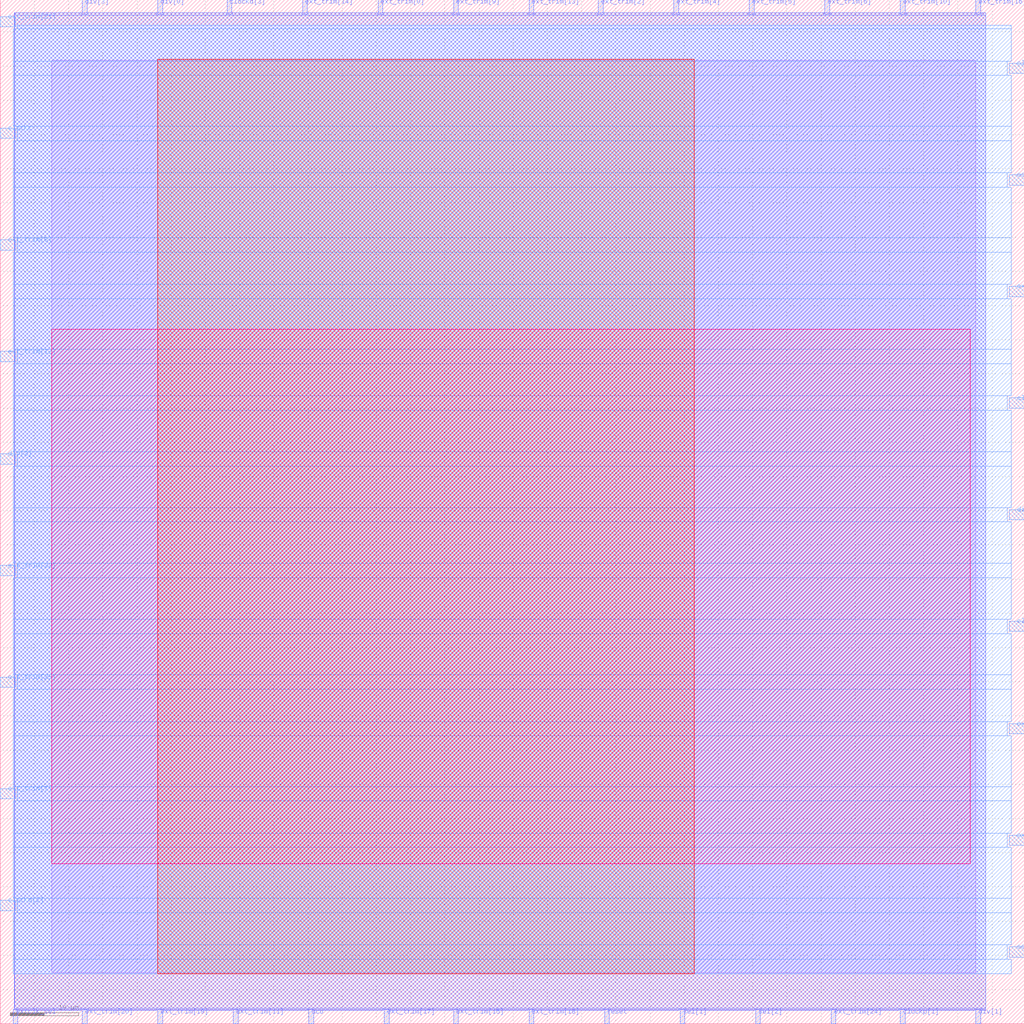
<source format=lef>
VERSION 5.3 ;
   NAMESCASESENSITIVE ON ;
   NOWIREEXTENSIONATPIN ON ;
   DIVIDERCHAR "/" ;
   BUSBITCHARS "[]" ;
UNITS
   DATABASE MICRONS 1000 ;
END UNITS

MACRO digital_pll
   CLASS BLOCK ;
   FOREIGN digital_pll ;
   ORIGIN -0.0000 -0.0000 ;
   SIZE 149.7150 BY 149.7150 ;
   PIN reset
      DIRECTION INPUT ;
      PORT
         LAYER met2 ;
	    RECT 88.3600 0.0000 89.0600 2.1000 ;
      END
   END reset
   PIN extclk_sel
      DIRECTION INPUT ;
      PORT
         LAYER met2 ;
	    RECT 1.8800 0.0000 2.5800 2.1000 ;
      END
   END extclk_sel
   PIN osc
      DIRECTION INPUT ;
      PORT
         LAYER met3 ;
	    RECT 147.5550 122.6300 149.7150 124.1300 ;
      END
   END osc
   PIN clockc
      DIRECTION OUTPUT TRISTATE ;
      PORT
         LAYER met3 ;
	    RECT 0.0000 129.4300 2.1600 130.9300 ;
      END
   END clockc
   PIN clockp[1]
      DIRECTION OUTPUT TRISTATE ;
      PORT
         LAYER met2 ;
	    RECT 131.6000 0.0000 132.3000 2.1000 ;
      END
   END clockp[1]
   PIN clockp[0]
      DIRECTION OUTPUT TRISTATE ;
      PORT
         LAYER met3 ;
	    RECT 147.5550 89.9900 149.7150 91.4900 ;
      END
   END clockp[0]
   PIN clockd[3]
      DIRECTION OUTPUT TRISTATE ;
      PORT
         LAYER met2 ;
	    RECT 33.1600 147.6150 33.8600 149.7150 ;
      END
   END clockd[3]
   PIN clockd[2]
      DIRECTION OUTPUT TRISTATE ;
      PORT
         LAYER met3 ;
	    RECT 0.0000 16.5500 2.1600 18.0500 ;
      END
   END clockd[2]
   PIN clockd[1]
      DIRECTION OUTPUT TRISTATE ;
      PORT
         LAYER met3 ;
	    RECT 147.5550 138.9500 149.7150 140.4500 ;
      END
   END clockd[1]
   PIN clockd[0]
      DIRECTION OUTPUT TRISTATE ;
      PORT
         LAYER met3 ;
	    RECT 147.5550 57.3500 149.7150 58.8500 ;
      END
   END clockd[0]
   PIN div[4]
      DIRECTION INPUT ;
      PORT
         LAYER met3 ;
	    RECT 147.5550 73.6700 149.7150 75.1700 ;
      END
   END div[4]
   PIN div[3]
      DIRECTION INPUT ;
      PORT
         LAYER met2 ;
	    RECT 12.0000 147.6150 12.7000 149.7150 ;
      END
   END div[3]
   PIN div[2]
      DIRECTION INPUT ;
      PORT
         LAYER met3 ;
	    RECT 0.0000 81.8300 2.1600 83.3300 ;
      END
   END div[2]
   PIN div[1]
      DIRECTION INPUT ;
      PORT
         LAYER met2 ;
	    RECT 142.6400 0.0000 143.3400 2.1000 ;
      END
   END div[1]
   PIN div[0]
      DIRECTION INPUT ;
      PORT
         LAYER met2 ;
	    RECT 23.0400 147.6150 23.7400 149.7150 ;
      END
   END div[0]
   PIN sel[2]
      DIRECTION INPUT ;
      PORT
         LAYER met2 ;
	    RECT 110.4400 0.0000 111.1400 2.1000 ;
      END
   END sel[2]
   PIN sel[1]
      DIRECTION INPUT ;
      PORT
         LAYER met2 ;
	    RECT 99.4000 0.0000 100.1000 2.1000 ;
      END
   END sel[1]
   PIN sel[0]
      DIRECTION INPUT ;
      PORT
         LAYER met3 ;
	    RECT 147.5550 9.7500 149.7150 11.2500 ;
      END
   END sel[0]
   PIN dco
      DIRECTION INPUT ;
      PORT
         LAYER met2 ;
	    RECT 45.1200 0.0000 45.8200 2.1000 ;
      END
   END dco
   PIN ext_trim[25]
      DIRECTION INPUT ;
      PORT
         LAYER met3 ;
	    RECT 0.0000 49.1900 2.1600 50.6900 ;
      END
   END ext_trim[25]
   PIN ext_trim[24]
      DIRECTION INPUT ;
      PORT
         LAYER met2 ;
	    RECT 121.4800 0.0000 122.1800 2.1000 ;
      END
   END ext_trim[24]
   PIN ext_trim[23]
      DIRECTION INPUT ;
      PORT
         LAYER met3 ;
	    RECT 147.5550 106.3100 149.7150 107.8100 ;
      END
   END ext_trim[23]
   PIN ext_trim[22]
      DIRECTION INPUT ;
      PORT
         LAYER met3 ;
	    RECT 0.0000 65.5100 2.1600 67.0100 ;
      END
   END ext_trim[22]
   PIN ext_trim[21]
      DIRECTION INPUT ;
      PORT
         LAYER met3 ;
	    RECT 0.0000 145.7500 2.1600 147.2500 ;
      END
   END ext_trim[21]
   PIN ext_trim[20]
      DIRECTION INPUT ;
      PORT
         LAYER met2 ;
	    RECT 12.0000 0.0000 12.7000 2.1000 ;
      END
   END ext_trim[20]
   PIN ext_trim[19]
      DIRECTION INPUT ;
      PORT
         LAYER met2 ;
	    RECT 23.0400 0.0000 23.7400 2.1000 ;
      END
   END ext_trim[19]
   PIN ext_trim[18]
      DIRECTION INPUT ;
      PORT
         LAYER met2 ;
	    RECT 77.3200 0.0000 78.0200 2.1000 ;
      END
   END ext_trim[18]
   PIN ext_trim[17]
      DIRECTION INPUT ;
      PORT
         LAYER met2 ;
	    RECT 56.1600 0.0000 56.8600 2.1000 ;
      END
   END ext_trim[17]
   PIN ext_trim[16]
      DIRECTION INPUT ;
      PORT
         LAYER met2 ;
	    RECT 142.6400 147.6150 143.3400 149.7150 ;
      END
   END ext_trim[16]
   PIN ext_trim[15]
      DIRECTION INPUT ;
      PORT
         LAYER met2 ;
	    RECT 66.2800 0.0000 66.9800 2.1000 ;
      END
   END ext_trim[15]
   PIN ext_trim[14]
      DIRECTION INPUT ;
      PORT
         LAYER met2 ;
	    RECT 44.2000 147.6150 44.9000 149.7150 ;
      END
   END ext_trim[14]
   PIN ext_trim[13]
      DIRECTION INPUT ;
      PORT
         LAYER met2 ;
	    RECT 77.3200 147.6150 78.0200 149.7150 ;
      END
   END ext_trim[13]
   PIN ext_trim[12]
      DIRECTION INPUT ;
      PORT
         LAYER met3 ;
	    RECT 0.0000 96.7900 2.1600 98.2900 ;
      END
   END ext_trim[12]
   PIN ext_trim[11]
      DIRECTION INPUT ;
      PORT
         LAYER met2 ;
	    RECT 34.0800 0.0000 34.7800 2.1000 ;
      END
   END ext_trim[11]
   PIN ext_trim[10]
      DIRECTION INPUT ;
      PORT
         LAYER met2 ;
	    RECT 131.6000 147.6150 132.3000 149.7150 ;
      END
   END ext_trim[10]
   PIN ext_trim[9]
      DIRECTION INPUT ;
      PORT
         LAYER met2 ;
	    RECT 66.2800 147.6150 66.9800 149.7150 ;
      END
   END ext_trim[9]
   PIN ext_trim[8]
      DIRECTION INPUT ;
      PORT
         LAYER met3 ;
	    RECT 0.0000 113.1100 2.1600 114.6100 ;
      END
   END ext_trim[8]
   PIN ext_trim[7]
      DIRECTION INPUT ;
      PORT
         LAYER met3 ;
	    RECT 0.0000 32.8700 2.1600 34.3700 ;
      END
   END ext_trim[7]
   PIN ext_trim[6]
      DIRECTION INPUT ;
      PORT
         LAYER met2 ;
	    RECT 120.5600 147.6150 121.2600 149.7150 ;
      END
   END ext_trim[6]
   PIN ext_trim[5]
      DIRECTION INPUT ;
      PORT
         LAYER met2 ;
	    RECT 109.5200 147.6150 110.2200 149.7150 ;
      END
   END ext_trim[5]
   PIN ext_trim[4]
      DIRECTION INPUT ;
      PORT
         LAYER met2 ;
	    RECT 98.4800 147.6150 99.1800 149.7150 ;
      END
   END ext_trim[4]
   PIN ext_trim[3]
      DIRECTION INPUT ;
      PORT
         LAYER met3 ;
	    RECT 147.5550 26.0700 149.7150 27.5700 ;
      END
   END ext_trim[3]
   PIN ext_trim[2]
      DIRECTION INPUT ;
      PORT
         LAYER met2 ;
	    RECT 87.4400 147.6150 88.1400 149.7150 ;
      END
   END ext_trim[2]
   PIN ext_trim[1]
      DIRECTION INPUT ;
      PORT
         LAYER met3 ;
	    RECT 147.5550 42.3900 149.7150 43.8900 ;
      END
   END ext_trim[1]
   PIN ext_trim[0]
      DIRECTION INPUT ;
      PORT
         LAYER met2 ;
	    RECT 55.2400 147.6150 55.9400 149.7150 ;
      END
   END ext_trim[0]
   OBS
         LAYER li1 ;
	    RECT 7.5200 7.4350 142.6150 140.8850 ;
         LAYER met1 ;
	    RECT 2.0700 2.0400 144.0700 147.8200 ;
         LAYER met2 ;
	    RECT 2.0900 147.4750 11.8600 147.8500 ;
	    RECT 12.8400 147.4750 22.9000 147.8500 ;
	    RECT 23.8800 147.4750 33.0200 147.8500 ;
	    RECT 34.0000 147.4750 44.0600 147.8500 ;
	    RECT 45.0400 147.4750 55.1000 147.8500 ;
	    RECT 56.0800 147.4750 66.1400 147.8500 ;
	    RECT 67.1200 147.4750 77.1800 147.8500 ;
	    RECT 78.1600 147.4750 87.3000 147.8500 ;
	    RECT 88.2800 147.4750 98.3400 147.8500 ;
	    RECT 99.3200 147.4750 109.3800 147.8500 ;
	    RECT 110.3600 147.4750 120.4200 147.8500 ;
	    RECT 121.4000 147.4750 131.4600 147.8500 ;
	    RECT 132.4400 147.4750 142.5000 147.8500 ;
	    RECT 143.4800 147.4750 144.0500 147.8500 ;
	    RECT 2.0900 2.2400 144.0500 147.4750 ;
	    RECT 2.7200 2.0100 11.8600 2.2400 ;
	    RECT 12.8400 2.0100 22.9000 2.2400 ;
	    RECT 23.8800 2.0100 33.9400 2.2400 ;
	    RECT 34.9200 2.0100 44.9800 2.2400 ;
	    RECT 45.9600 2.0100 56.0200 2.2400 ;
	    RECT 57.0000 2.0100 66.1400 2.2400 ;
	    RECT 67.1200 2.0100 77.1800 2.2400 ;
	    RECT 78.1600 2.0100 88.2200 2.2400 ;
	    RECT 89.2000 2.0100 99.2600 2.2400 ;
	    RECT 100.2400 2.0100 110.3000 2.2400 ;
	    RECT 111.2800 2.0100 121.3400 2.2400 ;
	    RECT 122.3200 2.0100 131.4600 2.2400 ;
	    RECT 132.4400 2.0100 142.5000 2.2400 ;
	    RECT 143.4800 2.0100 144.0500 2.2400 ;
         LAYER met3 ;
	    RECT 2.4600 145.4500 147.7850 145.9850 ;
	    RECT 1.9300 140.7500 147.7850 145.4500 ;
	    RECT 1.9300 138.6500 147.2550 140.7500 ;
	    RECT 1.9300 131.2300 147.7850 138.6500 ;
	    RECT 2.4600 129.1300 147.7850 131.2300 ;
	    RECT 1.9300 124.4300 147.7850 129.1300 ;
	    RECT 1.9300 122.3300 147.2550 124.4300 ;
	    RECT 1.9300 114.9100 147.7850 122.3300 ;
	    RECT 2.4600 112.8100 147.7850 114.9100 ;
	    RECT 1.9300 108.1100 147.7850 112.8100 ;
	    RECT 1.9300 106.0100 147.2550 108.1100 ;
	    RECT 1.9300 98.5900 147.7850 106.0100 ;
	    RECT 2.4600 96.4900 147.7850 98.5900 ;
	    RECT 1.9300 91.7900 147.7850 96.4900 ;
	    RECT 1.9300 89.6900 147.2550 91.7900 ;
	    RECT 1.9300 83.6300 147.7850 89.6900 ;
	    RECT 2.4600 81.5300 147.7850 83.6300 ;
	    RECT 1.9300 75.4700 147.7850 81.5300 ;
	    RECT 1.9300 73.3700 147.2550 75.4700 ;
	    RECT 1.9300 67.3100 147.7850 73.3700 ;
	    RECT 2.4600 65.2100 147.7850 67.3100 ;
	    RECT 1.9300 59.1500 147.7850 65.2100 ;
	    RECT 1.9300 57.0500 147.2550 59.1500 ;
	    RECT 1.9300 50.9900 147.7850 57.0500 ;
	    RECT 2.4600 48.8900 147.7850 50.9900 ;
	    RECT 1.9300 44.1900 147.7850 48.8900 ;
	    RECT 1.9300 42.0900 147.2550 44.1900 ;
	    RECT 1.9300 34.6700 147.7850 42.0900 ;
	    RECT 2.4600 32.5700 147.7850 34.6700 ;
	    RECT 1.9300 27.8700 147.7850 32.5700 ;
	    RECT 1.9300 25.7700 147.2550 27.8700 ;
	    RECT 1.9300 18.3500 147.7850 25.7700 ;
	    RECT 2.4600 16.2500 147.7850 18.3500 ;
	    RECT 1.9300 11.5500 147.7850 16.2500 ;
	    RECT 1.9300 9.4500 147.2550 11.5500 ;
	    RECT 1.9300 7.2800 147.7850 9.4500 ;
         LAYER met4 ;
	    RECT 23.0400 7.2800 101.4400 141.0400 ;
         LAYER met5 ;
	    RECT 7.5200 23.3700 141.8400 101.5600 ;
   END
END digital_pll

</source>
